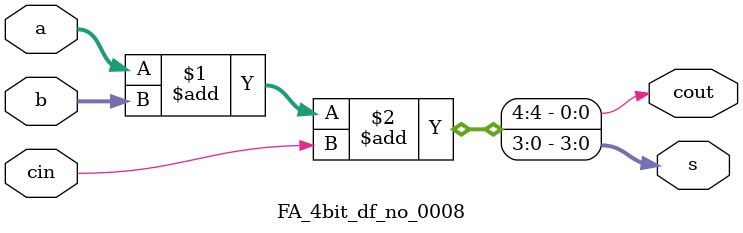
<source format=v>
`timescale 1ns / 1ps


module FA_4bit_df_no_0008(s, cout, a, b, cin);
input [3:0] a, b;
input cin;
output [3:0] s;
output cout;

assign {cout, s} = a + b + cin;
endmodule

</source>
